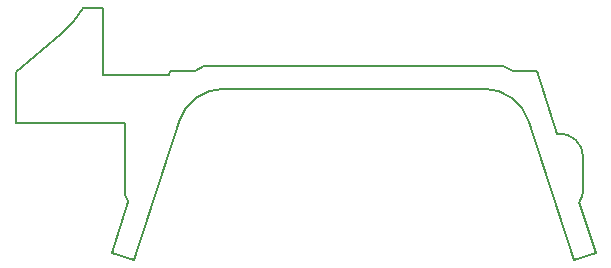
<source format=gbr>
%TF.GenerationSoftware,KiCad,Pcbnew,5.1.9-73d0e3b20d~88~ubuntu20.04.1*%
%TF.CreationDate,2021-04-06T18:29:42+02:00*%
%TF.ProjectId,AB_LED_PCB,41425f4c-4544-45f5-9043-422e6b696361,rev?*%
%TF.SameCoordinates,Original*%
%TF.FileFunction,Profile,NP*%
%FSLAX46Y46*%
G04 Gerber Fmt 4.6, Leading zero omitted, Abs format (unit mm)*
G04 Created by KiCad (PCBNEW 5.1.9-73d0e3b20d~88~ubuntu20.04.1) date 2021-04-06 18:29:42*
%MOMM*%
%LPD*%
G01*
G04 APERTURE LIST*
%TA.AperFunction,Profile*%
%ADD10C,0.200000*%
%TD*%
G04 APERTURE END LIST*
D10*
X159217076Y-104325683D02*
X159217076Y-109952062D01*
X157396365Y-94560393D02*
X157396365Y-100271841D01*
X163815130Y-104194863D02*
G75*
G02*
X167624704Y-101414350I3809574J-1219487D01*
G01*
X160017569Y-115953788D02*
X158143077Y-115353742D01*
X193440843Y-104194863D02*
X197238115Y-115953881D01*
X165974284Y-99464349D02*
X191281690Y-99464349D01*
X198038898Y-107200584D02*
X198038898Y-109952062D01*
X197238115Y-115953881D02*
X199112897Y-115353742D01*
X165185247Y-99914350D02*
X165974284Y-99464349D01*
X162970961Y-100271841D02*
X163085398Y-99914350D01*
X159217076Y-104325683D02*
X150000000Y-104325683D01*
X155717405Y-94560393D02*
X157396365Y-94560393D01*
X167624704Y-101414350D02*
X189631270Y-101414350D01*
X165185247Y-99914350D02*
X163085398Y-99914350D01*
X192070727Y-99914350D02*
X194170576Y-99914350D01*
X158143077Y-115353742D02*
X159535275Y-111004633D01*
X150000000Y-100000000D02*
X153815235Y-96798637D01*
X198038898Y-109952063D02*
G75*
G02*
X197720699Y-111004633I-1900000J1D01*
G01*
X159535275Y-111004633D02*
G75*
G02*
X159217076Y-109952062I1581801J1052571D01*
G01*
X157396365Y-100271841D02*
X162970961Y-100271841D01*
X155717405Y-94560392D02*
G75*
G02*
X153815235Y-96798637I-7539418J4479964D01*
G01*
X163815131Y-104194863D02*
X160017569Y-115953788D01*
X199112897Y-115353742D02*
X197720699Y-111004633D01*
X195865178Y-105208143D02*
G75*
G02*
X198038898Y-107200584I173720J-1992441D01*
G01*
X189631270Y-101414351D02*
G75*
G02*
X193440843Y-104194863I0J-3999999D01*
G01*
X195865178Y-105208143D02*
X194170576Y-99914350D01*
X192070727Y-99914350D02*
X191281690Y-99464349D01*
X150000000Y-100000000D02*
X150000000Y-104325683D01*
M02*

</source>
